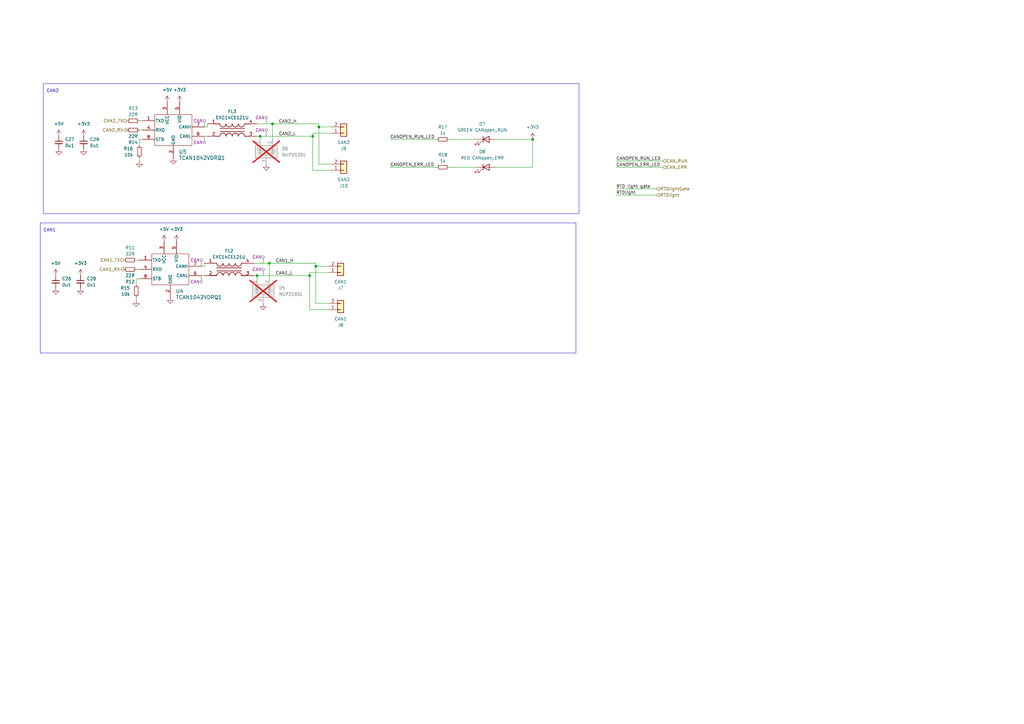
<source format=kicad_sch>
(kicad_sch (version 20250114) (generator "eeschema") (generator_version "9.0")
  (paper "A3")
  (title_block (title "VCU") (date "2025-06-29") (rev "3.0") (company "NTURacing") (comment 1 " 郭哲明 Jack Kuo, Jerrymk, ML Tsou") (comment 2 "Electrical group"))
  (lib_symbols
    (symbol "Connector_Generic:Conn_01x02" (pin_names (offset 1.016) (hide yes))
      (property "Reference" "J" (at 0 2.54 0))
      (property "Value" "Conn_01x02" (at 0 -5.08 0))
      (symbol "Conn_01x02_1_1"
        (rectangle (start -1.27 1.27) (end 1.27 -3.81) (stroke (width 0.254)) (fill (type background)))
        (rectangle (start -1.27 0.127) (end 0 -0.127) (stroke (width 0.1524)))
        (rectangle (start -1.27 -2.413) (end 0 -2.667) (stroke (width 0.1524)))
        (pin passive line (at -5.08 0 0) (length 3.81) (name "Pin_1") (number "1"))
        (pin passive line (at -5.08 -2.54 0) (length 3.81) (name "Pin_2") (number "2"))
      )
    )
    (symbol "Device:C_Small" (pin_numbers (hide yes)) (pin_names (offset 0.254) (hide yes))
      (property "Reference" "C" (at 0.254 1.778 0))
      (property "Value" "C_Small" (at 0.254 -2.032 0))
      (symbol "C_Small_0_1"
        (polyline (pts (xy -1.524 0.508) (xy 1.524 0.508)) (stroke (width 0.3048)))
        (polyline (pts (xy -1.524 -0.508) (xy 1.524 -0.508)) (stroke (width 0.3302)))
      )
      (symbol "C_Small_1_1"
        (pin passive line (at 0 2.54 270) (length 2.032) (name "~") (number "1"))
        (pin passive line (at 0 -2.54 90) (length 2.032) (name "~") (number "2"))
      )
    )
    (symbol "Device:LED" (pin_numbers (hide yes)) (pin_names (offset 1.016) (hide yes))
      (property "Reference" "D" (at 0 2.54 0))
      (property "Value" "LED" (at 0 -2.54 0))
      (symbol "LED_0_1"
        (polyline (pts (xy -3.048 -0.762) (xy -4.572 -2.286) (xy -3.81 -2.286) (xy -4.572 -2.286) (xy -4.572 -1.524)))
        (polyline (pts (xy -1.778 -0.762) (xy -3.302 -2.286) (xy -2.54 -2.286) (xy -3.302 -2.286) (xy -3.302 -1.524)))
        (polyline (pts (xy -1.27 0) (xy 1.27 0)))
        (polyline (pts (xy -1.27 -1.27) (xy -1.27 1.27)) (stroke (width 0.254)))
        (polyline (pts (xy 1.27 -1.27) (xy 1.27 1.27) (xy -1.27 0) (xy 1.27 -1.27)) (stroke (width 0.254)))
      )
      (symbol "LED_1_1"
        (pin passive line (at -3.81 0 0) (length 2.54) (name "K") (number "1"))
        (pin passive line (at 3.81 0 180) (length 2.54) (name "A") (number "2"))
      )
    )
    (symbol "Device:R_Small" (pin_numbers (hide yes)) (pin_names (offset 0.254) (hide yes))
      (property "Reference" "R" (at 0.762 0.508 0))
      (property "Value" "R_Small" (at 0.762 -1.016 0))
      (symbol "R_Small_0_1"
        (rectangle (start -0.762 1.778) (end 0.762 -1.778) (stroke (width 0.2032)))
      )
      (symbol "R_Small_1_1"
        (pin passive line (at 0 2.54 270) (length 0.762) (name "~") (number "1"))
        (pin passive line (at 0 -2.54 90) (length 0.762) (name "~") (number "2"))
      )
    )
    (symbol "Power_Protection:NUP2105L" (pin_names (hide yes))
      (property "Reference" "D" (at 5.715 2.54 0))
      (property "Value" "NUP2105L" (at 5.715 0.635 0))
      (symbol "NUP2105L_0_0"
        (pin passive line (at 0 -5.08 90) (length 2.54) (name "A") (number "3"))
      )
      (symbol "NUP2105L_0_1"
        (rectangle (start -4.445 2.54) (end 4.445 -2.54) (stroke (width 0.254)) (fill (type background)))
        (polyline (pts (xy -3.81 1.27) (xy -3.175 0.635) (xy -1.905 0.635) (xy -1.27 0)))
        (polyline (pts (xy -2.54 2.54) (xy -2.54 0.635)))
        (polyline (pts (xy -2.54 0.635) (xy -2.54 -1.27) (xy 2.54 -1.27) (xy 2.54 0.635)))
        (polyline (pts (xy -2.54 0.635) (xy -1.905 -0.635) (xy -3.175 -0.635) (xy -2.54 0.635)))
        (polyline (pts (xy -2.54 0.635) (xy -3.175 1.905) (xy -1.905 1.905) (xy -2.54 0.635) (xy -2.54 1.27)))
        (polyline (pts (xy 0 -1.27) (xy 0 -2.54)))
        (polyline (pts (xy 1.27 1.27) (xy 1.905 0.635) (xy 2.54 0.635) (xy 3.175 0.635) (xy 3.81 0)))
        (polyline (pts (xy 2.54 2.54) (xy 2.54 0.635)))
        (polyline (pts (xy 2.54 0.635) (xy 1.905 -0.635) (xy 3.175 -0.635) (xy 2.54 0.635)))
        (polyline (pts (xy 2.54 0.635) (xy 3.175 1.905) (xy 1.905 1.905) (xy 2.54 0.635)))
      )
      (symbol "NUP2105L_1_1"
        (pin passive line (at -2.54 5.08 270) (length 2.54) (name "K") (number "1"))
        (pin passive line (at 2.54 5.08 270) (length 2.54) (name "K") (number "2"))
      )
    )
    (symbol "SamacSys_Parts_EP6:EXC-X4CE900U" (pin_names (hide yes))
      (property "Reference" "FL" (at -0.254 1.524 0))
      (property "Value" "EXC-X4CE900U" (at -0.254 -0.254 0))
      (symbol "EXC-X4CE900U_1_1"
        (polyline (pts (xy -2.54 5.08) (xy -2.54 7.366)) (stroke (width 0.254)))
        (arc (start -2.488 5.08) (mid -1.2689 3.81) (end -2.488 2.54) (stroke (width 0.254)))
        (arc (start -2.488 2.54) (mid -1.2689 1.27) (end -2.488 0) (stroke (width 0.254)))
        (arc (start -2.488 0) (mid -1.2689 -1.27) (end -2.488 -2.54) (stroke (width 0.254)))
        (arc (start -2.488 -2.54) (mid -1.2689 -3.81) (end -2.488 -5.08) (stroke (width 0.254)))
        (polyline (pts (xy -2.54 -5.08) (xy -2.54 -7.366)) (stroke (width 0.254)))
        (polyline (pts (xy -0.635 5.08) (xy -0.635 -5.08)) (stroke (width 0.254)))
        (polyline (pts (xy 0.635 5.08) (xy 0.635 -5.08)) (stroke (width 0.254)))
        (polyline (pts (xy 2.54 5.08) (xy 2.54 7.366)) (stroke (width 0.254)))
        (arc (start 2.488 2.54) (mid 1.2689 3.81) (end 2.488 5.08) (stroke (width 0.254)))
        (arc (start 2.488 0) (mid 1.2689 1.27) (end 2.488 2.54) (stroke (width 0.254)))
        (arc (start 2.488 -2.54) (mid 1.2689 -1.27) (end 2.488 0) (stroke (width 0.254)))
        (arc (start 2.488 -5.08) (mid 1.2689 -3.81) (end 2.488 -2.54) (stroke (width 0.254)))
        (polyline (pts (xy 2.54 -5.08) (xy 2.54 -7.366)) (stroke (width 0.254)))
        (pin passive line (at -2.54 10.16 270) (length 5.08) (name "4") (number "4"))
        (pin passive line (at -2.54 -10.16 90) (length 5.08) (name "1") (number "1"))
        (pin passive line (at 2.54 10.16 270) (length 5.08) (name "3") (number "3"))
        (pin passive line (at 2.54 -10.16 90) (length 5.08) (name "2") (number "2"))
      )
    )
    (symbol "nturt_kicad_lib_EP6:TCAN1042VDRQ1" (pin_names (offset 0.254))
      (property "Reference" "U" (at 0 2.54 0))
      (property "Value" "TCAN1042VDRQ1" (at 0 0 0))
      (symbol "TCAN1042VDRQ1_0_1"
        (pin input line (at -12.7 3.81 0) (length 5.08) (name "TXD") (number "1"))
        (pin output line (at -12.7 0 0) (length 5.08) (name "RXD") (number "4"))
        (pin input line (at -12.7 -3.81 0) (length 5.08) (name "STB") (number "8"))
        (pin power_in line (at -2.54 11.43 270) (length 5.08) (name "VCC") (number "3"))
        (pin power_in line (at 0 -11.43 90) (length 5.08) (name "GND") (number "2"))
        (pin power_in line (at 2.54 11.43 270) (length 5.08) (name "VIO") (number "5"))
        (pin bidirectional line (at 12.7 1.27 180) (length 5.08) (name "CANH") (number "7"))
        (pin bidirectional line (at 12.7 -2.54 180) (length 5.08) (name "CANL") (number "6"))
      )
      (symbol "TCAN1042VDRQ1_1_1"
        (rectangle (start -7.62 6.35) (end 7.62 -6.35))
      )
    )
    (symbol "power:+3V3" (power) (pin_numbers (hide yes)) (pin_names (offset 0) (hide yes))
      (property "Value" "+3V3" (at 0 3.556 0))
      (symbol "+3V3_0_1"
        (polyline (pts (xy -0.762 1.27) (xy 0 2.54)))
        (polyline (pts (xy 0 2.54) (xy 0.762 1.27)))
        (polyline (pts (xy 0 0) (xy 0 2.54)))
      )
      (symbol "+3V3_1_1"
        (pin power_in line (at 0 0 90) (length 0) (name "~") (number "1"))
      )
    )
    (symbol "power:+5V" (power) (pin_numbers (hide yes)) (pin_names (offset 0) (hide yes))
      (property "Value" "+5V" (at 0 3.556 0))
      (symbol "+5V_0_1"
        (polyline (pts (xy -0.762 1.27) (xy 0 2.54)))
        (polyline (pts (xy 0 2.54) (xy 0.762 1.27)))
        (polyline (pts (xy 0 0) (xy 0 2.54)))
      )
      (symbol "+5V_1_1"
        (pin power_in line (at 0 0 90) (length 0) (name "~") (number "1"))
      )
    )
    (symbol "power:GND" (power) (pin_numbers (hide yes)) (pin_names (offset 0) (hide yes))
      (property "Value" "GND" (at 0 -3.81 0))
      (symbol "GND_0_1"
        (polyline (pts (xy 0 0) (xy 0 -1.27) (xy 1.27 -1.27) (xy 0 -2.54) (xy -1.27 -1.27) (xy 0 -1.27)))
      )
      (symbol "GND_1_1"
        (pin power_in line (at 0 0 270) (length 0) (name "~") (number "1"))
      )
    )
  )
  (rectangle (start 16.51 91.44) (end 236.22 144.78))
  (rectangle (start 17.78 34.29) (end 237.49 87.63))
  (text "CAN1" (at 17.78 95.25 0) (effects (font (size 1.27 1.27)) (justify left bottom)))
  (text "CAN2" (at 19.05 38.1 0) (effects (font (size 1.27 1.27)) (justify left bottom)))
  (junction (at 218.44 57.15))
  (junction (at 130.81 52.07))
  (junction (at 111.76 50.8))
  (junction (at 110.49 107.95))
  (junction (at 127 113.03))
  (junction (at 129.54 109.22))
  (junction (at 105.41 113.03))
  (junction (at 106.68 55.88))
  (junction (at 128.27 55.88))
  (wire (pts (xy 57.15 49.53) (xy 58.42 49.53)))
  (wire (pts (xy 128.27 54.61) (xy 135.89 54.61)))
  (wire (pts (xy 57.15 53.34) (xy 58.42 53.34)))
  (wire (pts (xy 57.15 66.04) (xy 57.15 64.77)))
  (wire (pts (xy 128.27 69.85) (xy 128.27 55.88)))
  (wire (pts (xy 55.88 116.84) (xy 55.88 114.3)))
  (wire (pts (xy 85.09 52.07) (xy 85.09 50.8)))
  (wire (pts (xy 129.54 109.22) (xy 134.62 109.22)))
  (wire (pts (xy 105.41 50.8) (xy 111.76 50.8)))
  (wire (pts (xy 252.73 77.47) (xy 269.24 77.47)))
  (wire (pts (xy 82.55 109.22) (xy 83.82 109.22)))
  (wire (pts (xy 128.27 54.61) (xy 128.27 55.88)))
  (wire (pts (xy 129.54 109.22) (xy 129.54 107.95)))
  (wire (pts (xy 83.82 109.22) (xy 83.82 107.95)))
  (wire (pts (xy 252.73 68.58) (xy 271.78 68.58)))
  (wire (pts (xy 111.76 50.8) (xy 111.76 57.15)))
  (wire (pts (xy 160.02 57.15) (xy 179.07 57.15)))
  (wire (pts (xy 127 127) (xy 127 113.03)))
  (wire (pts (xy 135.89 67.31) (xy 130.81 67.31)))
  (wire (pts (xy 55.88 106.68) (xy 57.15 106.68)))
  (wire (pts (xy 106.68 55.88) (xy 105.41 55.88)))
  (wire (pts (xy 130.81 67.31) (xy 130.81 52.07)))
  (wire (pts (xy 110.49 107.95) (xy 129.54 107.95)))
  (wire (pts (xy 110.49 107.95) (xy 110.49 114.3)))
  (wire (pts (xy 85.09 55.88) (xy 83.82 55.88)))
  (wire (pts (xy 134.62 127) (xy 127 127)))
  (wire (pts (xy 184.15 68.58) (xy 195.58 68.58)))
  (wire (pts (xy 160.02 68.58) (xy 179.07 68.58)))
  (wire (pts (xy 218.44 57.15) (xy 218.44 68.58)))
  (wire (pts (xy 135.89 69.85) (xy 128.27 69.85)))
  (wire (pts (xy 184.15 57.15) (xy 195.58 57.15)))
  (wire (pts (xy 105.41 113.03) (xy 127 113.03)))
  (wire (pts (xy 105.41 113.03) (xy 105.41 114.3)))
  (wire (pts (xy 55.88 114.3) (xy 57.15 114.3)))
  (wire (pts (xy 55.88 110.49) (xy 57.15 110.49)))
  (wire (pts (xy 57.15 59.69) (xy 57.15 57.15)))
  (wire (pts (xy 105.41 113.03) (xy 104.14 113.03)))
  (wire (pts (xy 127 111.76) (xy 134.62 111.76)))
  (wire (pts (xy 218.44 68.58) (xy 203.2 68.58)))
  (wire (pts (xy 134.62 124.46) (xy 129.54 124.46)))
  (wire (pts (xy 218.44 57.15) (xy 203.2 57.15)))
  (wire (pts (xy 57.15 57.15) (xy 58.42 57.15)))
  (wire (pts (xy 106.68 55.88) (xy 106.68 57.15)))
  (wire (pts (xy 129.54 124.46) (xy 129.54 109.22)))
  (wire (pts (xy 111.76 50.8) (xy 130.81 50.8)))
  (wire (pts (xy 130.81 52.07) (xy 130.81 50.8)))
  (wire (pts (xy 83.82 52.07) (xy 85.09 52.07)))
  (wire (pts (xy 106.68 55.88) (xy 128.27 55.88)))
  (wire (pts (xy 252.73 66.04) (xy 271.78 66.04)))
  (wire (pts (xy 55.88 123.19) (xy 55.88 121.92)))
  (wire (pts (xy 104.14 107.95) (xy 110.49 107.95)))
  (wire (pts (xy 130.81 52.07) (xy 135.89 52.07)))
  (wire (pts (xy 83.82 113.03) (xy 82.55 113.03)))
  (wire (pts (xy 127 111.76) (xy 127 113.03)))
  (wire (pts (xy 252.73 80.01) (xy 269.24 80.01)))
  (label "CANOPEN_ERR_LED" (at 252.73 68.58 0))
  (label "RTD light gate" (at 252.73 77.47 0))
  (label "CANOPEN_RUN_LED" (at 252.73 66.04 0))
  (label "CANOPEN_ERR_LED" (at 160.02 68.58 0))
  (label "RTDlight" (at 252.73 80.01 0))
  (label "CAN1_L" (at 113.03 113.03 0))
  (label "CANOPEN_RUN_LED" (at 160.02 57.15 0))
  (label "CAN1_H" (at 113.03 107.95 0))
  (label "CAN2_H" (at 114.3 50.8 0))
  (label "CAN2_L" (at 114.3 55.88 0))
  (hierarchical_label "CAN_RUN" (shape input) (at 271.78 66.04 0))
  (hierarchical_label "CAN1_TX" (shape input) (at 50.8 106.68 180))
  (hierarchical_label "RTDlight" (shape input) (at 269.24 80.01 0))
  (hierarchical_label "CAN_ERR" (shape input) (at 271.78 68.58 0))
  (hierarchical_label "CAN1_RX" (shape output) (at 50.8 110.49 180))
  (hierarchical_label "CAN2_RX" (shape output) (at 52.07 53.34 180))
  (hierarchical_label "CAN2_TX" (shape input) (at 52.07 49.53 180))
  (hierarchical_label "RTDlightGate" (shape input) (at 269.24 77.47 0))
  (netclass_flag "" (length 2.54) (shape round) (at 83.82 55.88 180) (property "Netclass" "CAN" (at 83.1215 58.42 0) (effects (font (italic yes)) (justify right))))
  (netclass_flag "" (length 2.54) (shape round) (at 109.22 50.8 0) (property "Netclass" "CAN" (at 108.5215 48.26 0) (effects (font (italic yes)) (justify right))))
  (netclass_flag "" (length 2.54) (shape round) (at 82.55 109.22 0) (property "Netclass" "CAN" (at 81.8515 106.68 0) (effects (font (italic yes)) (justify right))))
  (netclass_flag "" (length 2.54) (shape round) (at 107.95 107.95 0) (property "Netclass" "CAN" (at 107.2515 105.41 0) (effects (font (italic yes)) (justify right))))
  (netclass_flag "" (length 2.54) (shape round) (at 82.55 113.03 180) (property "Netclass" "CAN" (at 81.8515 115.57 0) (effects (font (italic yes)) (justify right))))
  (netclass_flag "" (length 2.54) (shape round) (at 83.82 52.07 0) (property "Netclass" "CAN" (at 83.1215 49.53 0) (effects (font (italic yes)) (justify right))))
  (netclass_flag "" (length 2.54) (shape round) (at 107.95 113.03 0) (property "Netclass" "CAN" (at 107.2515 110.49 0) (effects (font (italic yes)) (justify right))))
  (netclass_flag "" (length 2.54) (shape round) (at 109.22 55.88 0) (property "Netclass" "CAN" (at 108.5215 53.34 0) (effects (font (italic yes)) (justify right))))
  (symbol (lib_id "Device:R_Small") (at 53.34 106.68 90) (unit 1)
    (property "Reference" "R11" (at 53.34 101.6 90))
    (property "Value" "22R" (at 53.34 104.14 90))
    (property "Footprint" "Resistor_SMD:R_0402_1005Metric" (effects (hide yes)))
    (property "Description" "Resistor, small symbol" (effects (hide yes)))
  )
  (symbol (lib_id "Device:R_Small") (at 181.61 68.58 90) (unit 1)
    (property "Reference" "R18" (at 181.61 63.5 90))
    (property "Value" "1k" (at 181.61 66.04 90))
    (property "Footprint" "Resistor_SMD:R_0402_1005Metric" (effects (hide yes)))
    (property "Description" "Resistor, small symbol" (effects (hide yes)))
  )
  (symbol (lib_id "power:+3V3") (at 33.02 113.03 0) (unit 1)
    (property "Reference" "#PWR045" (effects (hide yes)))
    (property "Value" "+3V3" (at 33.02 107.95 0))
    (property "Description" "Power symbol creates a global label with name \"+3V3\"" (effects (hide yes)))
  )
  (symbol (lib_id "power:GND") (at 107.95 124.46 0) (unit 1)
    (property "Reference" "#PWR057" (effects (hide yes)))
    (property "Value" "GND" (effects (hide yes)))
    (property "Description" "Power symbol creates a global label with name \"GND\" , ground" (effects (hide yes)))
  )
  (symbol (lib_id "power:GND") (at 34.29 60.96 0) (unit 1)
    (property "Reference" "#PWR048" (effects (hide yes)))
    (property "Value" "GND" (effects (hide yes)))
    (property "Description" "Power symbol creates a global label with name \"GND\" , ground" (effects (hide yes)))
  )
  (symbol (lib_id "Device:R_Small") (at 55.88 119.38 0) (mirror y) (unit 1)
    (property "Reference" "R15" (at 53.34 118.1099 0) (effects (justify left)))
    (property "Value" "10k" (at 53.34 120.6499 0) (effects (justify left)))
    (property "Footprint" "Resistor_SMD:R_0402_1005Metric" (effects (hide yes)))
    (property "Description" "Resistor, small symbol" (effects (hide yes)))
  )
  (symbol (lib_id "power:GND") (at 57.15 66.04 0) (unit 1)
    (property "Reference" "#PWR050" (effects (hide yes)))
    (property "Value" "GND" (effects (hide yes)))
    (property "Description" "Power symbol creates a global label with name \"GND\" , ground" (effects (hide yes)))
  )
  (symbol (lib_id "power:GND") (at 55.88 123.19 0) (unit 1)
    (property "Reference" "#PWR049" (effects (hide yes)))
    (property "Value" "GND" (effects (hide yes)))
    (property "Description" "Power symbol creates a global label with name \"GND\" , ground" (effects (hide yes)))
  )
  (symbol (lib_id "Connector_Generic:Conn_01x02") (at 139.7 111.76 0) (mirror x) (unit 1)
    (property "Reference" "J7" (at 139.7 118.11 0))
    (property "Value" "CAN1" (at 139.7 115.57 0))
    (property "Footprint" "Connector_JST:JST_XH_B2B-XH-A_1x02_P2.50mm_Vertical" (effects (hide yes)))
    (property "Description" "Generic connector, single row, 01x02, script generated (kicad-library-utils/schlib/autogen/connector/)" (effects (hide yes)))
  )
  (symbol (lib_id "power:GND") (at 69.85 121.92 0) (unit 1)
    (property "Reference" "#PWR053" (effects (hide yes)))
    (property "Value" "GND" (effects (hide yes)))
    (property "Description" "Power symbol creates a global label with name \"GND\" , ground" (effects (hide yes)))
  )
  (symbol (lib_id "Device:R_Small") (at 54.61 49.53 90) (unit 1)
    (property "Reference" "R13" (at 54.61 44.45 90))
    (property "Value" "22R" (at 54.61 46.99 90))
    (property "Footprint" "Resistor_SMD:R_0402_1005Metric" (effects (hide yes)))
    (property "Description" "Resistor, small symbol" (effects (hide yes)))
  )
  (symbol (lib_id "Device:C_Small") (at 34.29 58.42 0) (unit 1)
    (property "Reference" "C29" (at 36.83 57.1563 0) (effects (justify left)))
    (property "Value" "0u1" (at 36.83 59.6963 0) (effects (justify left)))
    (property "Footprint" "Capacitor_SMD:C_0402_1005Metric" (effects (hide yes)))
    (property "Description" "Unpolarized capacitor, small symbol" (effects (hide yes)))
  )
  (symbol (lib_id "Device:R_Small") (at 54.61 53.34 90) (mirror x) (unit 1)
    (property "Reference" "R14" (at 54.61 58.42 90))
    (property "Value" "22R" (at 54.61 55.88 90))
    (property "Footprint" "Resistor_SMD:R_0402_1005Metric" (effects (hide yes)))
    (property "Description" "Resistor, small symbol" (effects (hide yes)))
  )
  (symbol (lib_id "Device:C_Small") (at 33.02 115.57 0) (unit 1)
    (property "Reference" "C28" (at 35.56 114.3063 0) (effects (justify left)))
    (property "Value" "0u1" (at 35.56 116.8463 0) (effects (justify left)))
    (property "Footprint" "Capacitor_SMD:C_0402_1005Metric" (effects (hide yes)))
    (property "Description" "Unpolarized capacitor, small symbol" (effects (hide yes)))
  )
  (symbol (lib_id "power:+3V3") (at 73.66 41.91 0) (unit 1)
    (property "Reference" "#PWR056" (effects (hide yes)))
    (property "Value" "+3V3" (at 73.66 36.83 0))
    (property "Description" "Power symbol creates a global label with name \"+3V3\"" (effects (hide yes)))
  )
  (symbol (lib_id "power:+3V3") (at 34.29 55.88 0) (unit 1)
    (property "Reference" "#PWR047" (effects (hide yes)))
    (property "Value" "+3V3" (at 34.29 50.8 0))
    (property "Description" "Power symbol creates a global label with name \"+3V3\"" (effects (hide yes)))
  )
  (symbol (lib_id "Device:R_Small") (at 181.61 57.15 90) (unit 1)
    (property "Reference" "R17" (at 181.61 52.07 90))
    (property "Value" "1k" (at 181.61 54.61 90))
    (property "Footprint" "Resistor_SMD:R_0402_1005Metric" (effects (hide yes)))
    (property "Description" "Resistor, small symbol" (effects (hide yes)))
  )
  (symbol (lib_id "power:+5V") (at 24.13 55.88 0) (unit 1)
    (property "Reference" "#PWR043" (effects (hide yes)))
    (property "Value" "+5V" (at 24.13 50.8 0))
    (property "Description" "Power symbol creates a global label with name \"+5V\"" (effects (hide yes)))
  )
  (symbol (lib_id "Device:LED") (at 199.39 68.58 0) (unit 1)
    (property "Reference" "D8" (at 197.8025 62.23 0))
    (property "Value" "RED CANopen_ERR" (at 197.8025 64.77 0))
    (property "Footprint" "LED_SMD:LED_0603_1608Metric" (effects (hide yes)))
    (property "Description" "Light emitting diode" (effects (hide yes)))
  )
  (symbol (lib_id "power:GND") (at 24.13 60.96 0) (unit 1)
    (property "Reference" "#PWR044" (effects (hide yes)))
    (property "Value" "GND" (effects (hide yes)))
    (property "Description" "Power symbol creates a global label with name \"GND\" , ground" (effects (hide yes)))
  )
  (symbol (lib_id "Device:R_Small") (at 57.15 62.23 0) (mirror y) (unit 1)
    (property "Reference" "R16" (at 54.61 60.9599 0) (effects (justify left)))
    (property "Value" "10k" (at 54.61 63.4999 0) (effects (justify left)))
    (property "Footprint" "Resistor_SMD:R_0402_1005Metric" (effects (hide yes)))
    (property "Description" "Resistor, small symbol" (effects (hide yes)))
  )
  (symbol (lib_id "power:GND") (at 109.22 67.31 0) (unit 1)
    (property "Reference" "#PWR058" (effects (hide yes)))
    (property "Value" "GND" (effects (hide yes)))
    (property "Description" "Power symbol creates a global label with name \"GND\" , ground" (effects (hide yes)))
  )
  (symbol (lib_id "power:GND") (at 22.86 118.11 0) (unit 1)
    (property "Reference" "#PWR042" (effects (hide yes)))
    (property "Value" "GND" (effects (hide yes)))
    (property "Description" "Power symbol creates a global label with name \"GND\" , ground" (effects (hide yes)))
  )
  (symbol (lib_id "Connector_Generic:Conn_01x02") (at 140.97 54.61 0) (mirror x) (unit 1)
    (property "Reference" "J9" (at 140.97 60.96 0))
    (property "Value" "CAN2" (at 140.97 58.42 0))
    (property "Footprint" "Connector_JST:JST_XH_B2B-XH-A_1x02_P2.50mm_Vertical" (effects (hide yes)))
    (property "Description" "Generic connector, single row, 01x02, script generated (kicad-library-utils/schlib/autogen/connector/)" (effects (hide yes)))
  )
  (symbol (lib_id "power:+5V") (at 218.44 57.15 0) (unit 1)
    (property "Reference" "#PWR059" (effects (hide yes)))
    (property "Value" "+3V3" (at 218.44 52.07 0))
    (property "Description" "Power symbol creates a global label with name \"+5V\"" (effects (hide yes)))
  )
  (symbol (lib_id "SamacSys_Parts_EP6:EXC-X4CE900U") (at 93.98 110.49 270) (unit 1)
    (property "Reference" "FL2" (at 93.98 102.87 90))
    (property "Value" "EXC14CE121U" (at 93.98 105.41 90))
    (property "Footprint" "SamacSys_Parts_EP6:EXCX4CE900U" (effects (hide yes)))
    (property "Datasheet" "https://industrial.panasonic.com/cdbs/www-data/pdf/AWE0000/AWE0000C258.pdf" (effects (hide yes)))
    (property "Description" "Series/Type: Common mode Filters (0202 small size), Size [LW] (mm): 0.650.50, Height (mm): 0.3, Impedance [Common Mode] (): 90, Rated Voltage [DC] (V): 5, Rated Current [DC] (mA): 100, DC Resistance [max.] (): 3.0+/-30%, Number of circuit: 1" (effects (hide yes)))
    (property "Mouser Part Number" "667-EXC-X4CE900U" (effects (hide yes)))
    (property "Mouser Price/Stock" "https://www.mouser.co.uk/ProductDetail/Panasonic/EXC-X4CE900U?qs=r%2Fc3XikQTkKbkY%2FGNti4Lw%3D%3D" (effects (hide yes)))
    (property "Manufacturer_Name" "Panasonic" (effects (hide yes)))
    (property "Manufacturer_Part_Number" "EXC-X4CE900U" (effects (hide yes)))
    (property "Simulation Data" "https://industrial.panasonic.com/content/data/CC/files/EXCX4CE900U.zip" (effects (hide yes)))
  )
  (symbol (lib_id "power:+3V3") (at 72.39 99.06 0) (unit 1)
    (property "Reference" "#PWR055" (effects (hide yes)))
    (property "Value" "+3V3" (at 72.39 93.98 0))
    (property "Description" "Power symbol creates a global label with name \"+3V3\"" (effects (hide yes)))
  )
  (symbol (lib_id "Device:LED") (at 199.39 57.15 0) (unit 1)
    (property "Reference" "D7" (at 197.8025 50.8 0))
    (property "Value" "GREEN CANopen_RUN" (at 197.8025 53.34 0))
    (property "Footprint" "LED_SMD:LED_0603_1608Metric" (effects (hide yes)))
    (property "Description" "Light emitting diode" (effects (hide yes)))
  )
  (symbol (lib_id "Connector_Generic:Conn_01x02") (at 140.97 69.85 0) (mirror x) (unit 1)
    (property "Reference" "J10" (at 140.97 76.2 0))
    (property "Value" "CAN2" (at 140.97 73.66 0))
    (property "Footprint" "Connector_JST:JST_XH_B2B-XH-A_1x02_P2.50mm_Vertical" (effects (hide yes)))
    (property "Description" "Generic connector, single row, 01x02, script generated (kicad-library-utils/schlib/autogen/connector/)" (effects (hide yes)))
  )
  (symbol (lib_id "Connector_Generic:Conn_01x02") (at 139.7 127 0) (mirror x) (unit 1)
    (property "Reference" "J8" (at 139.7 133.35 0))
    (property "Value" "CAN1" (at 139.7 130.81 0))
    (property "Footprint" "Connector_JST:JST_XH_B2B-XH-A_1x02_P2.50mm_Vertical" (effects (hide yes)))
    (property "Description" "Generic connector, single row, 01x02, script generated (kicad-library-utils/schlib/autogen/connector/)" (effects (hide yes)))
  )
  (symbol (lib_id "Power_Protection:NUP2105L") (at 109.22 62.23 0) (unit 1) (dnp yes)
    (property "Reference" "D6" (at 115.57 60.9599 0) (effects (justify left)))
    (property "Value" "NUP2105L" (at 115.57 63.4999 0) (effects (justify left)))
    (property "Footprint" "Package_TO_SOT_SMD:SOT-23" (effects (hide yes)))
    (property "Datasheet" "https://www.onsemi.com/pub_link/Collateral/NUP2105L-D.PDF" (effects (hide yes)))
    (property "Description" "Dual Line CAN Bus Protector, 24Vrwm" (effects (hide yes)))
  )
  (symbol (lib_id "nturt_kicad_lib_EP6:TCAN1042VDRQ1") (at 69.85 110.49 0) (unit 1)
    (property "Reference" "U4" (at 72.0441 119.38 0) (effects (font (size 1.524 1.524)) (justify left)))
    (property "Value" "TCAN1042VDRQ1" (at 72.0441 121.92 0) (effects (font (size 1.524 1.524)) (justify left)))
    (property "Footprint" "Package_SO:SOIC-8_3.9x4.9mm_P1.27mm" (effects (hide yes)))
    (property "Datasheet" "TCAN1042VDRQ1" (effects (hide yes)))
  )
  (symbol (lib_id "power:GND") (at 71.12 64.77 0) (unit 1)
    (property "Reference" "#PWR054" (effects (hide yes)))
    (property "Value" "GND" (effects (hide yes)))
    (property "Description" "Power symbol creates a global label with name \"GND\" , ground" (effects (hide yes)))
  )
  (symbol (lib_id "SamacSys_Parts_EP6:EXC-X4CE900U") (at 95.25 53.34 270) (unit 1)
    (property "Reference" "FL3" (at 95.25 45.72 90))
    (property "Value" "EXC14CE121U" (at 95.25 48.26 90))
    (property "Footprint" "SamacSys_Parts_EP6:EXCX4CE900U" (effects (hide yes)))
    (property "Datasheet" "https://industrial.panasonic.com/cdbs/www-data/pdf/AWE0000/AWE0000C258.pdf" (effects (hide yes)))
    (property "Description" "Series/Type: Common mode Filters (0202 small size), Size [LW] (mm): 0.650.50, Height (mm): 0.3, Impedance [Common Mode] (): 90, Rated Voltage [DC] (V): 5, Rated Current [DC] (mA): 100, DC Resistance [max.] (): 3.0+/-30%, Number of circuit: 1" (effects (hide yes)))
    (property "Mouser Part Number" "667-EXC-X4CE900U" (effects (hide yes)))
    (property "Mouser Price/Stock" "https://www.mouser.co.uk/ProductDetail/Panasonic/EXC-X4CE900U?qs=r%2Fc3XikQTkKbkY%2FGNti4Lw%3D%3D" (effects (hide yes)))
    (property "Manufacturer_Name" "Panasonic" (effects (hide yes)))
    (property "Manufacturer_Part_Number" "EXC-X4CE900U" (effects (hide yes)))
    (property "Simulation Data" "https://industrial.panasonic.com/content/data/CC/files/EXCX4CE900U.zip" (effects (hide yes)))
  )
  (symbol (lib_id "Device:C_Small") (at 22.86 115.57 0) (unit 1)
    (property "Reference" "C26" (at 25.4 114.3063 0) (effects (justify left)))
    (property "Value" "0u1" (at 25.4 116.8463 0) (effects (justify left)))
    (property "Footprint" "Capacitor_SMD:C_0402_1005Metric" (effects (hide yes)))
    (property "Description" "Unpolarized capacitor, small symbol" (effects (hide yes)))
  )
  (symbol (lib_id "power:GND") (at 33.02 118.11 0) (unit 1)
    (property "Reference" "#PWR046" (effects (hide yes)))
    (property "Value" "GND" (effects (hide yes)))
    (property "Description" "Power symbol creates a global label with name \"GND\" , ground" (effects (hide yes)))
  )
  (symbol (lib_id "nturt_kicad_lib_EP6:TCAN1042VDRQ1") (at 71.12 53.34 0) (unit 1)
    (property "Reference" "U5" (at 73.3141 62.23 0) (effects (font (size 1.524 1.524)) (justify left)))
    (property "Value" "TCAN1042VDRQ1" (at 73.3141 64.77 0) (effects (font (size 1.524 1.524)) (justify left)))
    (property "Footprint" "Package_SO:SOIC-8_3.9x4.9mm_P1.27mm" (effects (hide yes)))
    (property "Datasheet" "TCAN1042VDRQ1" (effects (hide yes)))
  )
  (symbol (lib_id "Device:C_Small") (at 24.13 58.42 0) (unit 1)
    (property "Reference" "C27" (at 26.67 57.1563 0) (effects (justify left)))
    (property "Value" "0u1" (at 26.67 59.6963 0) (effects (justify left)))
    (property "Footprint" "Capacitor_SMD:C_0402_1005Metric" (effects (hide yes)))
    (property "Description" "Unpolarized capacitor, small symbol" (effects (hide yes)))
  )
  (symbol (lib_id "Power_Protection:NUP2105L") (at 107.95 119.38 0) (unit 1) (dnp yes)
    (property "Reference" "D5" (at 114.3 118.1099 0) (effects (justify left)))
    (property "Value" "NUP2105L" (at 114.3 120.6499 0) (effects (justify left)))
    (property "Footprint" "Package_TO_SOT_SMD:SOT-23" (effects (hide yes)))
    (property "Datasheet" "https://www.onsemi.com/pub_link/Collateral/NUP2105L-D.PDF" (effects (hide yes)))
    (property "Description" "Dual Line CAN Bus Protector, 24Vrwm" (effects (hide yes)))
  )
  (symbol (lib_id "Device:R_Small") (at 53.34 110.49 90) (mirror x) (unit 1)
    (property "Reference" "R12" (at 53.34 115.57 90))
    (property "Value" "22R" (at 53.34 113.03 90))
    (property "Footprint" "Resistor_SMD:R_0402_1005Metric" (effects (hide yes)))
    (property "Description" "Resistor, small symbol" (effects (hide yes)))
  )
  (symbol (lib_id "power:+5V") (at 67.31 99.06 0) (unit 1)
    (property "Reference" "#PWR051" (effects (hide yes)))
    (property "Value" "+5V" (at 67.31 93.98 0))
    (property "Description" "Power symbol creates a global label with name \"+5V\"" (effects (hide yes)))
  )
  (symbol (lib_id "power:+5V") (at 22.86 113.03 0) (unit 1)
    (property "Reference" "#PWR041" (effects (hide yes)))
    (property "Value" "+5V" (at 22.86 107.95 0))
    (property "Description" "Power symbol creates a global label with name \"+5V\"" (effects (hide yes)))
  )
  (symbol (lib_id "power:+5V") (at 68.58 41.91 0) (unit 1)
    (property "Reference" "#PWR052" (effects (hide yes)))
    (property "Value" "+5V" (at 68.58 36.83 0))
    (property "Description" "Power symbol creates a global label with name \"+5V\"" (effects (hide yes)))
  )
)
</source>
